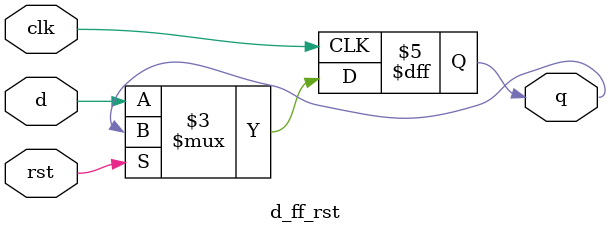
<source format=v>
module d_ff_rst(
	input d,
	input rst,
	input clk,
	output q);

reg q;

always @(posedge clk)
begin
	if(!rst)
		q <= d;
end

endmodule

</source>
